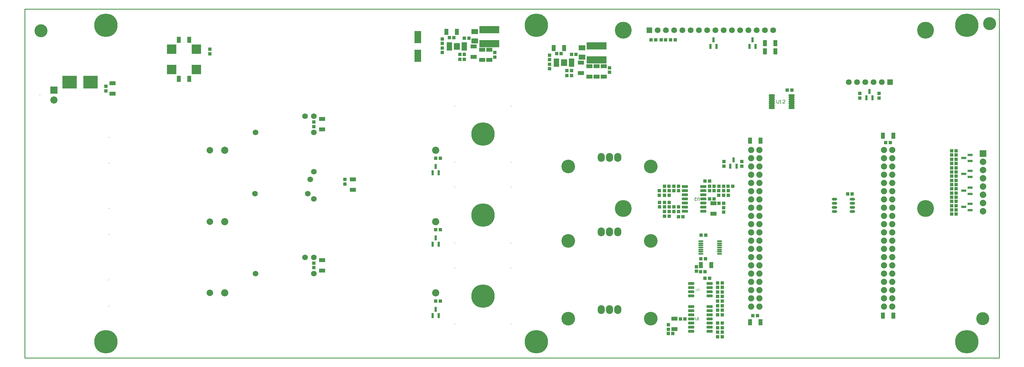
<source format=gts>
G04 Layer_Color=8388736*
%FSLAX43Y43*%
%MOMM*%
G71*
G01*
G75*
%ADD30C,0.150*%
%ADD35C,0.254*%
%ADD36C,0.178*%
%ADD37C,0.100*%
%ADD68R,2.903X2.903*%
%ADD69O,1.550X0.500*%
%ADD70R,6.203X2.203*%
%ADD71R,0.803X1.553*%
%ADD72O,1.653X0.853*%
%ADD73R,2.003X1.543*%
%ADD74R,1.003X1.103*%
G04:AMPARAMS|DCode=75|XSize=0.653mm|YSize=1.803mm|CornerRadius=0.151mm|HoleSize=0mm|Usage=FLASHONLY|Rotation=90.000|XOffset=0mm|YOffset=0mm|HoleType=Round|Shape=RoundedRectangle|*
%AMROUNDEDRECTD75*
21,1,0.653,1.501,0,0,90.0*
21,1,0.351,1.803,0,0,90.0*
1,1,0.302,0.750,0.175*
1,1,0.302,0.750,-0.175*
1,1,0.302,-0.750,-0.175*
1,1,0.302,-0.750,0.175*
%
%ADD75ROUNDEDRECTD75*%
%ADD76R,4.443X4.013*%
%ADD77R,2.003X3.753*%
%ADD78C,4.000*%
G04:AMPARAMS|DCode=79|XSize=0.853mm|YSize=1.853mm|CornerRadius=0.15mm|HoleSize=0mm|Usage=FLASHONLY|Rotation=270.000|XOffset=0mm|YOffset=0mm|HoleType=Round|Shape=RoundedRectangle|*
%AMROUNDEDRECTD79*
21,1,0.853,1.552,0,0,270.0*
21,1,0.552,1.853,0,0,270.0*
1,1,0.301,-0.776,-0.276*
1,1,0.301,-0.776,0.276*
1,1,0.301,0.776,0.276*
1,1,0.301,0.776,-0.276*
%
%ADD79ROUNDEDRECTD79*%
%ADD80R,1.903X1.203*%
%ADD81R,1.203X1.903*%
G04:AMPARAMS|DCode=82|XSize=0.503mm|YSize=1.753mm|CornerRadius=0.151mm|HoleSize=0mm|Usage=FLASHONLY|Rotation=90.000|XOffset=0mm|YOffset=0mm|HoleType=Round|Shape=RoundedRectangle|*
%AMROUNDEDRECTD82*
21,1,0.503,1.451,0,0,90.0*
21,1,0.201,1.753,0,0,90.0*
1,1,0.302,0.726,0.101*
1,1,0.302,0.726,-0.101*
1,1,0.302,-0.726,-0.101*
1,1,0.302,-0.726,0.101*
%
%ADD82ROUNDEDRECTD82*%
G04:AMPARAMS|DCode=83|XSize=1.933mm|YSize=2.103mm|CornerRadius=0.153mm|HoleSize=0mm|Usage=FLASHONLY|Rotation=0.000|XOffset=0mm|YOffset=0mm|HoleType=Round|Shape=RoundedRectangle|*
%AMROUNDEDRECTD83*
21,1,1.933,1.796,0,0,0.0*
21,1,1.626,2.103,0,0,0.0*
1,1,0.307,0.813,-0.898*
1,1,0.307,-0.813,-0.898*
1,1,0.307,-0.813,0.898*
1,1,0.307,0.813,0.898*
%
%ADD83ROUNDEDRECTD83*%
%ADD84R,1.103X1.003*%
%ADD85R,1.553X0.803*%
%ADD86O,2.203X2.703*%
%ADD87C,7.203*%
%ADD88C,0.203*%
%ADD89C,1.727*%
%ADD90C,2.203*%
%ADD91C,2.003*%
%ADD92R,0.203X0.203*%
%ADD93C,1.803*%
%ADD94R,1.803X1.803*%
%ADD95C,1.903*%
%ADD96C,4.203*%
%ADD97R,2.203X2.203*%
%ADD98R,0.203X0.203*%
%ADD99R,2.003X2.003*%
%ADD100C,5.203*%
D30*
X207575Y48525D02*
Y49192D01*
X207442Y49325D01*
X207175D01*
X207042Y49192D01*
Y48525D01*
X206242Y49325D02*
X206775D01*
X206242Y48792D01*
Y48659D01*
X206375Y48525D01*
X206642D01*
X206775Y48659D01*
X206425Y12475D02*
Y11808D01*
X206558Y11675D01*
X206825D01*
X206958Y11808D01*
Y12475D01*
X207225Y11675D02*
X207491D01*
X207358D01*
Y12475D01*
X207225Y12341D01*
D35*
X0Y0D02*
Y107500D01*
X300000D01*
Y0D02*
Y107500D01*
X0Y0D02*
X300000D01*
D36*
X231476Y79508D02*
Y78661D01*
X231645Y78492D01*
X231984D01*
X232153Y78661D01*
Y79508D01*
X232492Y78492D02*
X232830D01*
X232661D01*
Y79508D01*
X232492Y79338D01*
X234015Y78492D02*
X233338D01*
X234015Y79169D01*
Y79338D01*
X233846Y79508D01*
X233507D01*
X233338Y79338D01*
D37*
X206603Y21346D02*
Y20846D01*
X206703Y20746D01*
X206903D01*
X207003Y20846D01*
Y21346D01*
X207203Y21246D02*
X207303Y21346D01*
X207503D01*
X207603Y21246D01*
Y21146D01*
X207503Y21046D01*
X207403D01*
X207503D01*
X207603Y20946D01*
Y20846D01*
X207503Y20746D01*
X207303D01*
X207203Y20846D01*
D68*
X45190Y88890D02*
D03*
X52810D02*
D03*
Y95110D02*
D03*
X45190D02*
D03*
D69*
X208125Y35950D02*
D03*
Y35300D02*
D03*
Y34650D02*
D03*
Y34000D02*
D03*
Y33350D02*
D03*
Y32700D02*
D03*
Y32050D02*
D03*
X213875Y35950D02*
D03*
Y35300D02*
D03*
Y34650D02*
D03*
Y34000D02*
D03*
Y33350D02*
D03*
Y32700D02*
D03*
Y32050D02*
D03*
D70*
X143000Y96850D02*
D03*
Y101150D02*
D03*
X176000Y91850D02*
D03*
Y96150D02*
D03*
D71*
X125550Y57025D02*
D03*
X127450D02*
D03*
X126500Y58975D02*
D03*
X259050Y80125D02*
D03*
X260950D02*
D03*
X260000Y82075D02*
D03*
X211050Y96025D02*
D03*
X212950D02*
D03*
X212000Y97975D02*
D03*
X223050Y96025D02*
D03*
X224950D02*
D03*
X224000Y97975D02*
D03*
X217180Y59095D02*
D03*
X219080D02*
D03*
X218130Y61045D02*
D03*
X125550Y13025D02*
D03*
X127450D02*
D03*
X126500Y14975D02*
D03*
X125550Y35025D02*
D03*
X127450D02*
D03*
X126500Y36975D02*
D03*
D72*
X254725Y45095D02*
D03*
Y46365D02*
D03*
Y47635D02*
D03*
Y48905D02*
D03*
X249275Y45095D02*
D03*
Y46365D02*
D03*
Y47635D02*
D03*
Y48905D02*
D03*
D73*
X138500Y100530D02*
D03*
Y97670D02*
D03*
X171500Y95530D02*
D03*
Y92670D02*
D03*
D74*
X209400Y54500D02*
D03*
X210800D02*
D03*
X215100Y47600D02*
D03*
X213700D02*
D03*
X210800Y24500D02*
D03*
X209400D02*
D03*
X285300Y44300D02*
D03*
X286700D02*
D03*
X285300Y48200D02*
D03*
X286700D02*
D03*
X285300Y49500D02*
D03*
X286700D02*
D03*
X285300Y53400D02*
D03*
X286700D02*
D03*
X285300Y54700D02*
D03*
X286700D02*
D03*
X285300Y58600D02*
D03*
X286700D02*
D03*
X285300Y59900D02*
D03*
X286700D02*
D03*
X285300Y63800D02*
D03*
X286700D02*
D03*
Y62500D02*
D03*
X285300D02*
D03*
X286700Y61200D02*
D03*
X285300D02*
D03*
X286700Y57300D02*
D03*
X285300D02*
D03*
X286700Y56000D02*
D03*
X285300D02*
D03*
X214700Y16100D02*
D03*
X213300D02*
D03*
Y13300D02*
D03*
X214700D02*
D03*
X214700Y21700D02*
D03*
X213300D02*
D03*
Y18900D02*
D03*
X214700D02*
D03*
X214700Y7900D02*
D03*
X213300D02*
D03*
Y10700D02*
D03*
X214700D02*
D03*
X203200Y12000D02*
D03*
X201800D02*
D03*
X208200Y37800D02*
D03*
X209600D02*
D03*
X196900Y52900D02*
D03*
X198300D02*
D03*
X215100D02*
D03*
X213700D02*
D03*
X208000Y26600D02*
D03*
X209400D02*
D03*
X208100Y30500D02*
D03*
X209500D02*
D03*
X210800Y49000D02*
D03*
X212200D02*
D03*
X225530Y12970D02*
D03*
X224130D02*
D03*
X265030Y66370D02*
D03*
X266430D02*
D03*
X254700Y50500D02*
D03*
X253300D02*
D03*
X168300Y93500D02*
D03*
X169700D02*
D03*
X163700Y93800D02*
D03*
X165100D02*
D03*
X135300Y98500D02*
D03*
X136700D02*
D03*
X132100Y98700D02*
D03*
X130700D02*
D03*
X192800Y98000D02*
D03*
X194200D02*
D03*
X236100Y82500D02*
D03*
X234700D02*
D03*
X198100Y7500D02*
D03*
X199500D02*
D03*
X214700Y17500D02*
D03*
X213300D02*
D03*
Y14700D02*
D03*
X214700D02*
D03*
X214700Y23100D02*
D03*
X213300D02*
D03*
Y20300D02*
D03*
X214700D02*
D03*
X214700Y6500D02*
D03*
X213300D02*
D03*
X213300Y9300D02*
D03*
X214700D02*
D03*
X199800Y45100D02*
D03*
X201200D02*
D03*
Y46500D02*
D03*
X199800D02*
D03*
X126500Y17500D02*
D03*
X127900D02*
D03*
X199800Y52900D02*
D03*
X201200D02*
D03*
Y51500D02*
D03*
X199800D02*
D03*
X126500Y39500D02*
D03*
X127900D02*
D03*
X216500Y52900D02*
D03*
X217900D02*
D03*
X212200D02*
D03*
X210800D02*
D03*
Y51500D02*
D03*
X212200D02*
D03*
X126500Y61500D02*
D03*
X127900D02*
D03*
X166900Y87000D02*
D03*
X168300D02*
D03*
Y88500D02*
D03*
X166900D02*
D03*
X133900Y92000D02*
D03*
X135300D02*
D03*
Y93500D02*
D03*
X133900D02*
D03*
X285300Y45600D02*
D03*
X286700D02*
D03*
X285300Y46900D02*
D03*
X286700D02*
D03*
X285300Y50800D02*
D03*
X286700D02*
D03*
X285300Y52100D02*
D03*
X286700D02*
D03*
X195900Y98000D02*
D03*
X197300D02*
D03*
X200200D02*
D03*
X198800D02*
D03*
X202600Y43500D02*
D03*
X201200D02*
D03*
D75*
X236050Y77050D02*
D03*
Y77700D02*
D03*
Y78350D02*
D03*
Y79000D02*
D03*
Y79650D02*
D03*
Y80300D02*
D03*
Y80950D02*
D03*
X229950Y77050D02*
D03*
Y77700D02*
D03*
Y78350D02*
D03*
Y79000D02*
D03*
Y79650D02*
D03*
Y80300D02*
D03*
Y80950D02*
D03*
D76*
X20185Y85000D02*
D03*
X13815D02*
D03*
D77*
X121000Y93125D02*
D03*
Y98875D02*
D03*
D78*
X294900Y12100D02*
D03*
X5000Y100800D02*
D03*
X297000Y103000D02*
D03*
D79*
X203175Y52810D02*
D03*
Y51540D02*
D03*
Y50270D02*
D03*
Y49000D02*
D03*
Y47730D02*
D03*
Y46460D02*
D03*
Y45190D02*
D03*
X208825Y52810D02*
D03*
Y51540D02*
D03*
Y50270D02*
D03*
Y49000D02*
D03*
Y47730D02*
D03*
Y46460D02*
D03*
Y45190D02*
D03*
X210825Y19095D02*
D03*
Y20365D02*
D03*
Y21635D02*
D03*
Y22905D02*
D03*
X205175Y19095D02*
D03*
Y20365D02*
D03*
Y21635D02*
D03*
Y22905D02*
D03*
X210825Y8190D02*
D03*
Y9460D02*
D03*
Y10730D02*
D03*
Y12000D02*
D03*
Y13270D02*
D03*
Y14540D02*
D03*
Y15810D02*
D03*
X205175Y8190D02*
D03*
Y9460D02*
D03*
Y10730D02*
D03*
Y12000D02*
D03*
Y13270D02*
D03*
Y14540D02*
D03*
Y15810D02*
D03*
D80*
X143000Y91800D02*
D03*
Y95000D02*
D03*
X200000Y12100D02*
D03*
Y8900D02*
D03*
X91500Y30100D02*
D03*
Y26900D02*
D03*
X101000Y51800D02*
D03*
Y55000D02*
D03*
X91500Y73600D02*
D03*
Y70400D02*
D03*
X212000Y44400D02*
D03*
Y47600D02*
D03*
X27000Y81400D02*
D03*
Y84600D02*
D03*
X173800Y86700D02*
D03*
Y89900D02*
D03*
X176000Y86700D02*
D03*
Y89900D02*
D03*
X178200Y86700D02*
D03*
Y89900D02*
D03*
X140800Y91800D02*
D03*
Y95000D02*
D03*
X171200Y87800D02*
D03*
Y91000D02*
D03*
X138200Y92800D02*
D03*
Y96000D02*
D03*
D81*
X227800Y97000D02*
D03*
X231000D02*
D03*
X211300Y28600D02*
D03*
X208100D02*
D03*
X223230Y10970D02*
D03*
X226430D02*
D03*
X267330Y68470D02*
D03*
X264130D02*
D03*
Y12970D02*
D03*
X267330D02*
D03*
X226430Y66970D02*
D03*
X223230D02*
D03*
X166000Y95500D02*
D03*
X162800D02*
D03*
X133000Y100500D02*
D03*
X129800D02*
D03*
X47400Y98000D02*
D03*
X50600D02*
D03*
X47400Y86000D02*
D03*
X50600D02*
D03*
X227800Y94500D02*
D03*
X231000D02*
D03*
D82*
X135325Y95000D02*
D03*
Y95500D02*
D03*
Y96000D02*
D03*
Y96500D02*
D03*
X130675Y95000D02*
D03*
Y95500D02*
D03*
Y96000D02*
D03*
Y96500D02*
D03*
Y97000D02*
D03*
X135325D02*
D03*
X168325Y90000D02*
D03*
Y90500D02*
D03*
Y91000D02*
D03*
Y91500D02*
D03*
X163675Y90000D02*
D03*
Y90500D02*
D03*
Y91000D02*
D03*
Y91500D02*
D03*
Y92000D02*
D03*
X168325D02*
D03*
D83*
X133000Y96000D02*
D03*
X166000Y91000D02*
D03*
D84*
X198100Y8800D02*
D03*
Y10200D02*
D03*
X198400Y45100D02*
D03*
Y43700D02*
D03*
Y47900D02*
D03*
Y46500D02*
D03*
X89000Y27800D02*
D03*
Y29200D02*
D03*
X198400Y50100D02*
D03*
Y51500D02*
D03*
X98500Y55000D02*
D03*
Y53600D02*
D03*
X213600Y50100D02*
D03*
Y51500D02*
D03*
X89000Y71300D02*
D03*
Y72700D02*
D03*
X215100Y46300D02*
D03*
Y44900D02*
D03*
X215230Y59070D02*
D03*
Y60470D02*
D03*
X220730Y59070D02*
D03*
Y60470D02*
D03*
X25000Y83700D02*
D03*
Y82300D02*
D03*
X57000Y95100D02*
D03*
Y93700D02*
D03*
X180000Y89400D02*
D03*
Y88000D02*
D03*
X161500Y90500D02*
D03*
Y89100D02*
D03*
X144700Y92700D02*
D03*
Y94100D02*
D03*
X128500Y94100D02*
D03*
Y95500D02*
D03*
X206700Y26700D02*
D03*
Y28100D02*
D03*
X196900Y45100D02*
D03*
Y43700D02*
D03*
Y47900D02*
D03*
Y46500D02*
D03*
X195300Y51500D02*
D03*
Y50100D02*
D03*
X196900D02*
D03*
Y51500D02*
D03*
X215100Y50100D02*
D03*
Y51500D02*
D03*
X161500Y91900D02*
D03*
Y93300D02*
D03*
X128500Y96900D02*
D03*
Y98300D02*
D03*
X263000Y80100D02*
D03*
Y81500D02*
D03*
X257000Y80100D02*
D03*
Y81500D02*
D03*
X195400Y46500D02*
D03*
Y47900D02*
D03*
X216600Y51500D02*
D03*
Y50100D02*
D03*
D85*
X290975Y45550D02*
D03*
Y47450D02*
D03*
X289025Y46500D02*
D03*
X290975Y50550D02*
D03*
Y52450D02*
D03*
X289025Y51500D02*
D03*
X290975Y55750D02*
D03*
Y57650D02*
D03*
X289025Y56700D02*
D03*
X290975Y60650D02*
D03*
Y62550D02*
D03*
X289025Y61600D02*
D03*
D86*
X182550Y61800D02*
D03*
X180000D02*
D03*
X177450D02*
D03*
X182550Y14900D02*
D03*
X180000D02*
D03*
X177450D02*
D03*
X182550Y38800D02*
D03*
X180000D02*
D03*
X177450D02*
D03*
D87*
X141000Y44000D02*
D03*
Y69000D02*
D03*
X157500Y5000D02*
D03*
X141000Y19000D02*
D03*
X290000Y5000D02*
D03*
Y102500D02*
D03*
X25000Y5000D02*
D03*
Y102500D02*
D03*
X157500D02*
D03*
D88*
X132350Y35350D02*
D03*
X149650Y52650D02*
D03*
Y35350D02*
D03*
X132350Y52650D02*
D03*
Y77650D02*
D03*
X149650Y60350D02*
D03*
Y77650D02*
D03*
X132350Y60350D02*
D03*
Y27650D02*
D03*
X149650Y10350D02*
D03*
Y27650D02*
D03*
X132350Y10350D02*
D03*
D89*
X86250Y74500D02*
D03*
X89000Y69500D02*
D03*
Y74500D02*
D03*
X71000Y69500D02*
D03*
X70890Y50570D02*
D03*
X89000Y57380D02*
D03*
X87120Y50570D02*
D03*
X87880Y54970D02*
D03*
X89000Y49000D02*
D03*
X71000Y26000D02*
D03*
X89000Y31000D02*
D03*
Y26000D02*
D03*
X86250Y31000D02*
D03*
D90*
X126500Y64000D02*
D03*
X61500D02*
D03*
X9000Y79500D02*
D03*
X126500Y20000D02*
D03*
X61500D02*
D03*
X126500Y42000D02*
D03*
X61500D02*
D03*
D91*
X57000Y64000D02*
D03*
X295000Y60460D02*
D03*
Y57920D02*
D03*
Y55380D02*
D03*
Y52840D02*
D03*
Y50300D02*
D03*
Y47760D02*
D03*
Y45220D02*
D03*
X57000Y20000D02*
D03*
Y42000D02*
D03*
D92*
X25925Y68000D02*
D03*
Y60000D02*
D03*
Y24000D02*
D03*
Y16000D02*
D03*
Y46000D02*
D03*
Y38000D02*
D03*
D93*
X256190Y85000D02*
D03*
X261270D02*
D03*
X263810D02*
D03*
X258730D02*
D03*
X253650D02*
D03*
X230350Y101000D02*
D03*
X225270D02*
D03*
X220190D02*
D03*
X217650D02*
D03*
X212570D02*
D03*
X207490D02*
D03*
X202410D02*
D03*
X197330D02*
D03*
X194790D02*
D03*
X199870D02*
D03*
X204950D02*
D03*
X210030D02*
D03*
X215110D02*
D03*
X222730D02*
D03*
X227810D02*
D03*
D94*
X266350Y85000D02*
D03*
X192250Y101000D02*
D03*
D95*
X264460Y64100D02*
D03*
Y61560D02*
D03*
Y59020D02*
D03*
Y56480D02*
D03*
Y53940D02*
D03*
Y51400D02*
D03*
Y48860D02*
D03*
Y46320D02*
D03*
Y43780D02*
D03*
Y41240D02*
D03*
Y38700D02*
D03*
Y36160D02*
D03*
Y33620D02*
D03*
Y31080D02*
D03*
Y28540D02*
D03*
Y26000D02*
D03*
Y23460D02*
D03*
Y20920D02*
D03*
Y18380D02*
D03*
Y15840D02*
D03*
X267000Y64100D02*
D03*
Y61560D02*
D03*
Y59020D02*
D03*
Y56480D02*
D03*
Y53940D02*
D03*
Y51400D02*
D03*
Y48860D02*
D03*
Y46320D02*
D03*
Y43780D02*
D03*
Y41240D02*
D03*
Y38700D02*
D03*
Y36160D02*
D03*
Y33620D02*
D03*
Y31080D02*
D03*
Y28540D02*
D03*
Y26000D02*
D03*
Y23460D02*
D03*
Y20920D02*
D03*
Y18380D02*
D03*
Y15840D02*
D03*
X226100D02*
D03*
Y18380D02*
D03*
Y20920D02*
D03*
Y23460D02*
D03*
Y26000D02*
D03*
Y28540D02*
D03*
Y31080D02*
D03*
Y33620D02*
D03*
Y36160D02*
D03*
Y38700D02*
D03*
Y41240D02*
D03*
Y43780D02*
D03*
Y46320D02*
D03*
Y48860D02*
D03*
Y51400D02*
D03*
Y53940D02*
D03*
Y56480D02*
D03*
Y59020D02*
D03*
Y61560D02*
D03*
Y64100D02*
D03*
X223560Y15840D02*
D03*
Y18380D02*
D03*
Y20920D02*
D03*
Y23460D02*
D03*
Y26000D02*
D03*
Y28540D02*
D03*
Y31080D02*
D03*
Y33620D02*
D03*
Y36160D02*
D03*
Y38700D02*
D03*
Y41240D02*
D03*
Y43780D02*
D03*
Y46320D02*
D03*
Y48860D02*
D03*
Y51400D02*
D03*
Y53940D02*
D03*
Y56480D02*
D03*
Y59020D02*
D03*
Y61560D02*
D03*
Y64100D02*
D03*
D96*
X192700Y12100D02*
D03*
X167300D02*
D03*
X192700Y59000D02*
D03*
X167300D02*
D03*
X192700Y36000D02*
D03*
X167300D02*
D03*
D97*
X9000Y82500D02*
D03*
D98*
X4680Y81000D02*
D03*
D99*
X295000Y63000D02*
D03*
D100*
X277270Y46000D02*
D03*
X184250Y101000D02*
D03*
X277250D02*
D03*
X184250Y46000D02*
D03*
M02*

</source>
